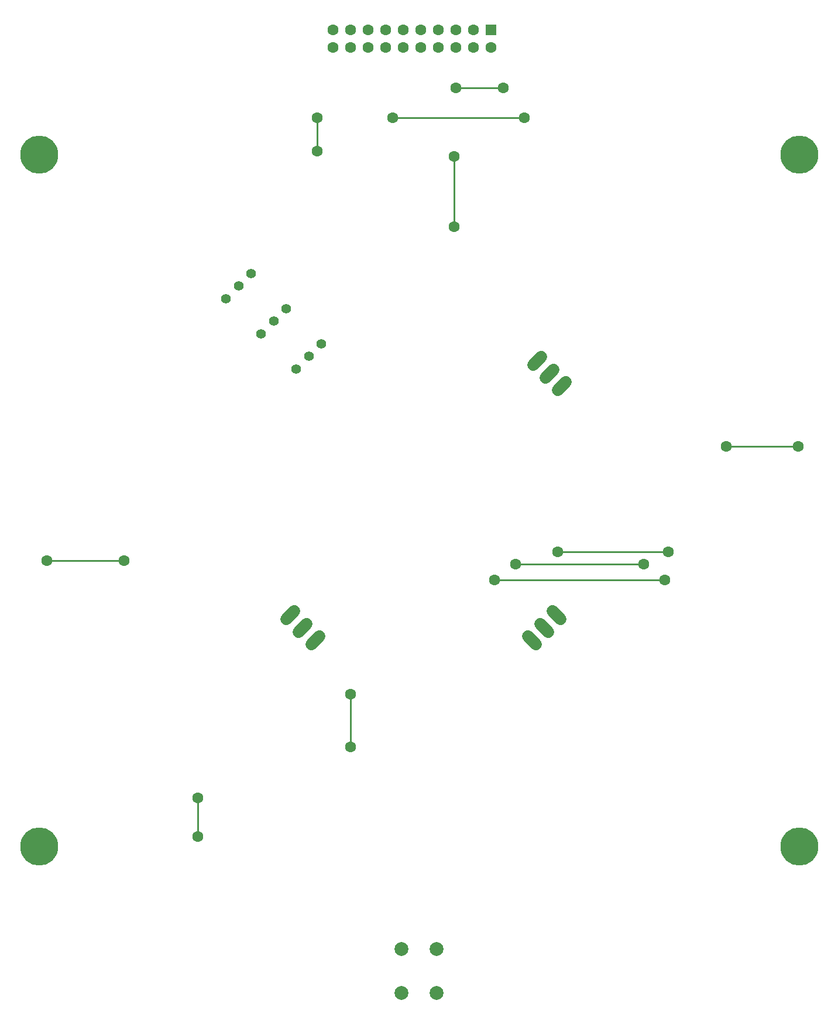
<source format=gbr>
G04 EAGLE Gerber RS-274X export*
G75*
%MOMM*%
%FSLAX34Y34*%
%LPD*%
%INTop Copper*%
%IPPOS*%
%AMOC8*
5,1,8,0,0,1.08239X$1,22.5*%
G01*
%ADD10C,1.400000*%
%ADD11C,2.000000*%
%ADD12R,1.600000X1.600000*%
%ADD13C,1.600000*%
%ADD14C,1.676400*%
%ADD15C,0.254000*%
%ADD16C,5.500000*%


D10*
X622300Y990600D03*
X640261Y1008561D03*
X658221Y1026521D03*
X571500Y1041400D03*
X589461Y1059361D03*
X607421Y1077321D03*
X520700Y1092200D03*
X538661Y1110161D03*
X556621Y1128121D03*
D11*
X774700Y152400D03*
X825500Y152400D03*
X825500Y88900D03*
X774700Y88900D03*
D12*
X904240Y1480820D03*
D13*
X904240Y1455420D03*
X878840Y1480820D03*
X878840Y1455420D03*
X853440Y1480820D03*
X853440Y1455420D03*
X828040Y1480820D03*
X828040Y1455420D03*
X802640Y1480820D03*
X802640Y1455420D03*
X777240Y1480820D03*
X777240Y1455420D03*
X751840Y1480820D03*
X751840Y1455420D03*
X726440Y1480820D03*
X726440Y1455420D03*
X701040Y1480820D03*
X701040Y1455420D03*
X675640Y1480820D03*
X675640Y1455420D03*
D14*
X993292Y640289D02*
X1005146Y628435D01*
X987186Y610474D02*
X975332Y622328D01*
X957371Y604368D02*
X969225Y592514D01*
X655529Y604368D02*
X643675Y592514D01*
X625714Y610474D02*
X637568Y622328D01*
X619608Y640289D02*
X607754Y628435D01*
X964991Y995832D02*
X976845Y1007686D01*
X994806Y989726D02*
X982952Y977872D01*
X1000912Y959911D02*
X1012766Y971765D01*
D13*
X652780Y1305560D03*
D15*
X652780Y1353820D01*
D13*
X652780Y1353820D03*
X909320Y685800D03*
D15*
X1155700Y685800D01*
D13*
X1155700Y685800D03*
X762000Y1353820D03*
D15*
X952500Y1353820D01*
D13*
X952500Y1353820D03*
X939800Y708660D03*
D15*
X1125220Y708660D01*
D13*
X1125220Y708660D03*
X373380Y713740D03*
D15*
X261620Y713740D01*
D13*
X261620Y713740D03*
X853440Y1397000D03*
D15*
X922020Y1397000D01*
D13*
X922020Y1397000D03*
D16*
X250000Y1300000D03*
X1350000Y1300000D03*
X250000Y300000D03*
X1350000Y300000D03*
D13*
X701040Y444500D03*
X701040Y520700D03*
D15*
X701040Y444500D01*
D13*
X1244600Y878840D03*
D15*
X1348740Y878840D01*
D13*
X1348740Y878840D03*
X480060Y370840D03*
D15*
X480060Y314960D01*
D13*
X480060Y314960D03*
X850900Y1297940D03*
D15*
X850900Y1196340D01*
D13*
X850900Y1196340D03*
X1000760Y726440D03*
D15*
X1160780Y726440D01*
D13*
X1160780Y726440D03*
M02*

</source>
